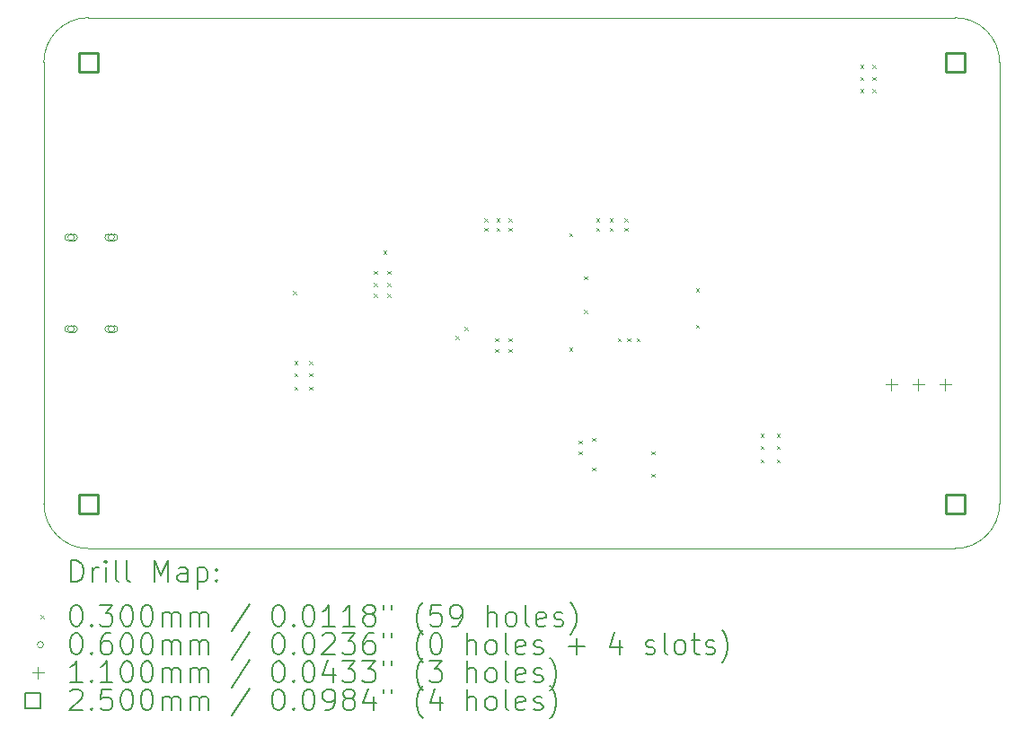
<source format=gbr>
%TF.GenerationSoftware,KiCad,Pcbnew,8.0.2*%
%TF.CreationDate,2024-05-25T11:29:21+03:00*%
%TF.ProjectId,sos_business_card,736f735f-6275-4736-996e-6573735f6361,A*%
%TF.SameCoordinates,Original*%
%TF.FileFunction,Drillmap*%
%TF.FilePolarity,Positive*%
%FSLAX45Y45*%
G04 Gerber Fmt 4.5, Leading zero omitted, Abs format (unit mm)*
G04 Created by KiCad (PCBNEW 8.0.2) date 2024-05-25 11:29:21*
%MOMM*%
%LPD*%
G01*
G04 APERTURE LIST*
%ADD10C,0.050000*%
%ADD11C,0.200000*%
%ADD12C,0.100000*%
%ADD13C,0.110000*%
%ADD14C,0.250000*%
G04 APERTURE END LIST*
D10*
X11938000Y-13857236D02*
X20104100Y-13857236D01*
X20524737Y-13436600D02*
G75*
G02*
X20104100Y-13857236I-420637J0D01*
G01*
X11936463Y-8850364D02*
X20104100Y-8850364D01*
X20104100Y-8850364D02*
G75*
G02*
X20524737Y-9271000I0J-420637D01*
G01*
X11938000Y-13857236D02*
G75*
G02*
X11517363Y-13436755I0J420637D01*
G01*
X11515827Y-9271155D02*
X11517364Y-13436755D01*
X11515827Y-9271155D02*
G75*
G02*
X11936463Y-8850367I420633J155D01*
G01*
X20524737Y-9271000D02*
X20524737Y-13436600D01*
D11*
D12*
X13866100Y-11427700D02*
X13896100Y-11457700D01*
X13896100Y-11427700D02*
X13866100Y-11457700D01*
X13878800Y-12088100D02*
X13908800Y-12118100D01*
X13908800Y-12088100D02*
X13878800Y-12118100D01*
X13878800Y-12202400D02*
X13908800Y-12232400D01*
X13908800Y-12202400D02*
X13878800Y-12232400D01*
X13878800Y-12329400D02*
X13908800Y-12359400D01*
X13908800Y-12329400D02*
X13878800Y-12359400D01*
X14018500Y-12088100D02*
X14048500Y-12118100D01*
X14048500Y-12088100D02*
X14018500Y-12118100D01*
X14018500Y-12202400D02*
X14048500Y-12232400D01*
X14048500Y-12202400D02*
X14018500Y-12232400D01*
X14018500Y-12329400D02*
X14048500Y-12359400D01*
X14048500Y-12329400D02*
X14018500Y-12359400D01*
X14628100Y-11237200D02*
X14658100Y-11267200D01*
X14658100Y-11237200D02*
X14628100Y-11267200D01*
X14628100Y-11351500D02*
X14658100Y-11381500D01*
X14658100Y-11351500D02*
X14628100Y-11381500D01*
X14628100Y-11453100D02*
X14658100Y-11483100D01*
X14658100Y-11453100D02*
X14628100Y-11483100D01*
X14717000Y-11046700D02*
X14747000Y-11076700D01*
X14747000Y-11046700D02*
X14717000Y-11076700D01*
X14755100Y-11237200D02*
X14785100Y-11267200D01*
X14785100Y-11237200D02*
X14755100Y-11267200D01*
X14755100Y-11351500D02*
X14785100Y-11381500D01*
X14785100Y-11351500D02*
X14755100Y-11381500D01*
X14755100Y-11453100D02*
X14785100Y-11483100D01*
X14785100Y-11453100D02*
X14755100Y-11483100D01*
X15396751Y-11852849D02*
X15426751Y-11882849D01*
X15426751Y-11852849D02*
X15396751Y-11882849D01*
X15481604Y-11767996D02*
X15511604Y-11797996D01*
X15511604Y-11767996D02*
X15481604Y-11797996D01*
X15669500Y-10741900D02*
X15699500Y-10771900D01*
X15699500Y-10741900D02*
X15669500Y-10771900D01*
X15669500Y-10830800D02*
X15699500Y-10860800D01*
X15699500Y-10830800D02*
X15669500Y-10860800D01*
X15771100Y-11872200D02*
X15801100Y-11902200D01*
X15801100Y-11872200D02*
X15771100Y-11902200D01*
X15771100Y-11973800D02*
X15801100Y-12003800D01*
X15801100Y-11973800D02*
X15771100Y-12003800D01*
X15783800Y-10741900D02*
X15813800Y-10771900D01*
X15813800Y-10741900D02*
X15783800Y-10771900D01*
X15783800Y-10830800D02*
X15813800Y-10860800D01*
X15813800Y-10830800D02*
X15783800Y-10860800D01*
X15898100Y-10741900D02*
X15928100Y-10771900D01*
X15928100Y-10741900D02*
X15898100Y-10771900D01*
X15898100Y-10830800D02*
X15928100Y-10860800D01*
X15928100Y-10830800D02*
X15898100Y-10860800D01*
X15898100Y-11872200D02*
X15928100Y-11902200D01*
X15928100Y-11872200D02*
X15898100Y-11902200D01*
X15898100Y-11973800D02*
X15928100Y-12003800D01*
X15928100Y-11973800D02*
X15898100Y-12003800D01*
X16469600Y-10881600D02*
X16499600Y-10911600D01*
X16499600Y-10881600D02*
X16469600Y-10911600D01*
X16469600Y-11961100D02*
X16499600Y-11991100D01*
X16499600Y-11961100D02*
X16469600Y-11991100D01*
X16558500Y-12837400D02*
X16588500Y-12867400D01*
X16588500Y-12837400D02*
X16558500Y-12867400D01*
X16558500Y-12939000D02*
X16588500Y-12969000D01*
X16588500Y-12939000D02*
X16558500Y-12969000D01*
X16609300Y-11288000D02*
X16639300Y-11318000D01*
X16639300Y-11288000D02*
X16609300Y-11318000D01*
X16609300Y-11605500D02*
X16639300Y-11635500D01*
X16639300Y-11605500D02*
X16609300Y-11635500D01*
X16685500Y-12812000D02*
X16715500Y-12842000D01*
X16715500Y-12812000D02*
X16685500Y-12842000D01*
X16685500Y-13091400D02*
X16715500Y-13121400D01*
X16715500Y-13091400D02*
X16685500Y-13121400D01*
X16723600Y-10741900D02*
X16753600Y-10771900D01*
X16753600Y-10741900D02*
X16723600Y-10771900D01*
X16723600Y-10830800D02*
X16753600Y-10860800D01*
X16753600Y-10830800D02*
X16723600Y-10860800D01*
X16850600Y-10741900D02*
X16880600Y-10771900D01*
X16880600Y-10741900D02*
X16850600Y-10771900D01*
X16850600Y-10830800D02*
X16880600Y-10860800D01*
X16880600Y-10830800D02*
X16850600Y-10860800D01*
X16926800Y-11872200D02*
X16956800Y-11902200D01*
X16956800Y-11872200D02*
X16926800Y-11902200D01*
X16990300Y-10741900D02*
X17020300Y-10771900D01*
X17020300Y-10741900D02*
X16990300Y-10771900D01*
X16990300Y-10830800D02*
X17020300Y-10860800D01*
X17020300Y-10830800D02*
X16990300Y-10860800D01*
X17015700Y-11872200D02*
X17045700Y-11902200D01*
X17045700Y-11872200D02*
X17015700Y-11902200D01*
X17104600Y-11872200D02*
X17134600Y-11902200D01*
X17134600Y-11872200D02*
X17104600Y-11902200D01*
X17244300Y-12939000D02*
X17274300Y-12969000D01*
X17274300Y-12939000D02*
X17244300Y-12969000D01*
X17244300Y-13151400D02*
X17274300Y-13181400D01*
X17274300Y-13151400D02*
X17244300Y-13181400D01*
X17663400Y-11402300D02*
X17693400Y-11432300D01*
X17693400Y-11402300D02*
X17663400Y-11432300D01*
X17663400Y-11745200D02*
X17693400Y-11775200D01*
X17693400Y-11745200D02*
X17663400Y-11775200D01*
X18273000Y-12773900D02*
X18303000Y-12803900D01*
X18303000Y-12773900D02*
X18273000Y-12803900D01*
X18273000Y-12888200D02*
X18303000Y-12918200D01*
X18303000Y-12888200D02*
X18273000Y-12918200D01*
X18273000Y-13015200D02*
X18303000Y-13045200D01*
X18303000Y-13015200D02*
X18273000Y-13045200D01*
X18425400Y-12773900D02*
X18455400Y-12803900D01*
X18455400Y-12773900D02*
X18425400Y-12803900D01*
X18425400Y-12888200D02*
X18455400Y-12918200D01*
X18455400Y-12888200D02*
X18425400Y-12918200D01*
X18425400Y-13015200D02*
X18455400Y-13045200D01*
X18455400Y-13015200D02*
X18425400Y-13045200D01*
X19212800Y-9294100D02*
X19242800Y-9324100D01*
X19242800Y-9294100D02*
X19212800Y-9324100D01*
X19212800Y-9408400D02*
X19242800Y-9438400D01*
X19242800Y-9408400D02*
X19212800Y-9438400D01*
X19212800Y-9522700D02*
X19242800Y-9552700D01*
X19242800Y-9522700D02*
X19212800Y-9552700D01*
X19327100Y-9294100D02*
X19357100Y-9324100D01*
X19357100Y-9294100D02*
X19327100Y-9324100D01*
X19327100Y-9408400D02*
X19357100Y-9438400D01*
X19357100Y-9408400D02*
X19327100Y-9438400D01*
X19327100Y-9522700D02*
X19357100Y-9552700D01*
X19357100Y-9522700D02*
X19327100Y-9552700D01*
X11802000Y-10921800D02*
G75*
G02*
X11742000Y-10921800I-30000J0D01*
G01*
X11742000Y-10921800D02*
G75*
G02*
X11802000Y-10921800I30000J0D01*
G01*
X11802000Y-10891800D02*
X11742000Y-10891800D01*
X11742000Y-10951800D02*
G75*
G02*
X11742000Y-10891800I0J30000D01*
G01*
X11742000Y-10951800D02*
X11802000Y-10951800D01*
X11802000Y-10951800D02*
G75*
G03*
X11802000Y-10891800I0J30000D01*
G01*
X11802000Y-11785800D02*
G75*
G02*
X11742000Y-11785800I-30000J0D01*
G01*
X11742000Y-11785800D02*
G75*
G02*
X11802000Y-11785800I30000J0D01*
G01*
X11802000Y-11755800D02*
X11742000Y-11755800D01*
X11742000Y-11815800D02*
G75*
G02*
X11742000Y-11755800I0J30000D01*
G01*
X11742000Y-11815800D02*
X11802000Y-11815800D01*
X11802000Y-11815800D02*
G75*
G03*
X11802000Y-11755800I0J30000D01*
G01*
X12182000Y-10921800D02*
G75*
G02*
X12122000Y-10921800I-30000J0D01*
G01*
X12122000Y-10921800D02*
G75*
G02*
X12182000Y-10921800I30000J0D01*
G01*
X12182000Y-10891800D02*
X12122000Y-10891800D01*
X12122000Y-10951800D02*
G75*
G02*
X12122000Y-10891800I0J30000D01*
G01*
X12122000Y-10951800D02*
X12182000Y-10951800D01*
X12182000Y-10951800D02*
G75*
G03*
X12182000Y-10891800I0J30000D01*
G01*
X12182000Y-11785800D02*
G75*
G02*
X12122000Y-11785800I-30000J0D01*
G01*
X12122000Y-11785800D02*
G75*
G02*
X12182000Y-11785800I30000J0D01*
G01*
X12182000Y-11755800D02*
X12122000Y-11755800D01*
X12122000Y-11815800D02*
G75*
G02*
X12122000Y-11755800I0J30000D01*
G01*
X12122000Y-11815800D02*
X12182000Y-11815800D01*
X12182000Y-11815800D02*
G75*
G03*
X12182000Y-11755800I0J30000D01*
G01*
D13*
X19504660Y-12256765D02*
X19504660Y-12366765D01*
X19449660Y-12311765D02*
X19559660Y-12311765D01*
X19758660Y-12256765D02*
X19758660Y-12366765D01*
X19703660Y-12311765D02*
X19813660Y-12311765D01*
X20012660Y-12256765D02*
X20012660Y-12366765D01*
X19957660Y-12311765D02*
X20067660Y-12311765D01*
D14*
X12026389Y-9359389D02*
X12026389Y-9182611D01*
X11849611Y-9182611D01*
X11849611Y-9359389D01*
X12026389Y-9359389D01*
X12026389Y-13524989D02*
X12026389Y-13348211D01*
X11849611Y-13348211D01*
X11849611Y-13524989D01*
X12026389Y-13524989D01*
X20192489Y-9359389D02*
X20192489Y-9182611D01*
X20015711Y-9182611D01*
X20015711Y-9359389D01*
X20192489Y-9359389D01*
X20192489Y-13524989D02*
X20192489Y-13348211D01*
X20015711Y-13348211D01*
X20015711Y-13524989D01*
X20192489Y-13524989D01*
D11*
X11774104Y-14171220D02*
X11774104Y-13971220D01*
X11774104Y-13971220D02*
X11821723Y-13971220D01*
X11821723Y-13971220D02*
X11850294Y-13980744D01*
X11850294Y-13980744D02*
X11869342Y-13999792D01*
X11869342Y-13999792D02*
X11878866Y-14018839D01*
X11878866Y-14018839D02*
X11888390Y-14056934D01*
X11888390Y-14056934D02*
X11888390Y-14085506D01*
X11888390Y-14085506D02*
X11878866Y-14123601D01*
X11878866Y-14123601D02*
X11869342Y-14142649D01*
X11869342Y-14142649D02*
X11850294Y-14161696D01*
X11850294Y-14161696D02*
X11821723Y-14171220D01*
X11821723Y-14171220D02*
X11774104Y-14171220D01*
X11974104Y-14171220D02*
X11974104Y-14037887D01*
X11974104Y-14075982D02*
X11983628Y-14056934D01*
X11983628Y-14056934D02*
X11993151Y-14047411D01*
X11993151Y-14047411D02*
X12012199Y-14037887D01*
X12012199Y-14037887D02*
X12031247Y-14037887D01*
X12097913Y-14171220D02*
X12097913Y-14037887D01*
X12097913Y-13971220D02*
X12088390Y-13980744D01*
X12088390Y-13980744D02*
X12097913Y-13990268D01*
X12097913Y-13990268D02*
X12107437Y-13980744D01*
X12107437Y-13980744D02*
X12097913Y-13971220D01*
X12097913Y-13971220D02*
X12097913Y-13990268D01*
X12221723Y-14171220D02*
X12202675Y-14161696D01*
X12202675Y-14161696D02*
X12193151Y-14142649D01*
X12193151Y-14142649D02*
X12193151Y-13971220D01*
X12326485Y-14171220D02*
X12307437Y-14161696D01*
X12307437Y-14161696D02*
X12297913Y-14142649D01*
X12297913Y-14142649D02*
X12297913Y-13971220D01*
X12555056Y-14171220D02*
X12555056Y-13971220D01*
X12555056Y-13971220D02*
X12621723Y-14114077D01*
X12621723Y-14114077D02*
X12688390Y-13971220D01*
X12688390Y-13971220D02*
X12688390Y-14171220D01*
X12869342Y-14171220D02*
X12869342Y-14066458D01*
X12869342Y-14066458D02*
X12859818Y-14047411D01*
X12859818Y-14047411D02*
X12840771Y-14037887D01*
X12840771Y-14037887D02*
X12802675Y-14037887D01*
X12802675Y-14037887D02*
X12783628Y-14047411D01*
X12869342Y-14161696D02*
X12850294Y-14171220D01*
X12850294Y-14171220D02*
X12802675Y-14171220D01*
X12802675Y-14171220D02*
X12783628Y-14161696D01*
X12783628Y-14161696D02*
X12774104Y-14142649D01*
X12774104Y-14142649D02*
X12774104Y-14123601D01*
X12774104Y-14123601D02*
X12783628Y-14104554D01*
X12783628Y-14104554D02*
X12802675Y-14095030D01*
X12802675Y-14095030D02*
X12850294Y-14095030D01*
X12850294Y-14095030D02*
X12869342Y-14085506D01*
X12964580Y-14037887D02*
X12964580Y-14237887D01*
X12964580Y-14047411D02*
X12983628Y-14037887D01*
X12983628Y-14037887D02*
X13021723Y-14037887D01*
X13021723Y-14037887D02*
X13040771Y-14047411D01*
X13040771Y-14047411D02*
X13050294Y-14056934D01*
X13050294Y-14056934D02*
X13059818Y-14075982D01*
X13059818Y-14075982D02*
X13059818Y-14133125D01*
X13059818Y-14133125D02*
X13050294Y-14152173D01*
X13050294Y-14152173D02*
X13040771Y-14161696D01*
X13040771Y-14161696D02*
X13021723Y-14171220D01*
X13021723Y-14171220D02*
X12983628Y-14171220D01*
X12983628Y-14171220D02*
X12964580Y-14161696D01*
X13145532Y-14152173D02*
X13155056Y-14161696D01*
X13155056Y-14161696D02*
X13145532Y-14171220D01*
X13145532Y-14171220D02*
X13136009Y-14161696D01*
X13136009Y-14161696D02*
X13145532Y-14152173D01*
X13145532Y-14152173D02*
X13145532Y-14171220D01*
X13145532Y-14047411D02*
X13155056Y-14056934D01*
X13155056Y-14056934D02*
X13145532Y-14066458D01*
X13145532Y-14066458D02*
X13136009Y-14056934D01*
X13136009Y-14056934D02*
X13145532Y-14047411D01*
X13145532Y-14047411D02*
X13145532Y-14066458D01*
D12*
X11483327Y-14484736D02*
X11513327Y-14514736D01*
X11513327Y-14484736D02*
X11483327Y-14514736D01*
D11*
X11812199Y-14391220D02*
X11831247Y-14391220D01*
X11831247Y-14391220D02*
X11850294Y-14400744D01*
X11850294Y-14400744D02*
X11859818Y-14410268D01*
X11859818Y-14410268D02*
X11869342Y-14429315D01*
X11869342Y-14429315D02*
X11878866Y-14467411D01*
X11878866Y-14467411D02*
X11878866Y-14515030D01*
X11878866Y-14515030D02*
X11869342Y-14553125D01*
X11869342Y-14553125D02*
X11859818Y-14572173D01*
X11859818Y-14572173D02*
X11850294Y-14581696D01*
X11850294Y-14581696D02*
X11831247Y-14591220D01*
X11831247Y-14591220D02*
X11812199Y-14591220D01*
X11812199Y-14591220D02*
X11793151Y-14581696D01*
X11793151Y-14581696D02*
X11783628Y-14572173D01*
X11783628Y-14572173D02*
X11774104Y-14553125D01*
X11774104Y-14553125D02*
X11764580Y-14515030D01*
X11764580Y-14515030D02*
X11764580Y-14467411D01*
X11764580Y-14467411D02*
X11774104Y-14429315D01*
X11774104Y-14429315D02*
X11783628Y-14410268D01*
X11783628Y-14410268D02*
X11793151Y-14400744D01*
X11793151Y-14400744D02*
X11812199Y-14391220D01*
X11964580Y-14572173D02*
X11974104Y-14581696D01*
X11974104Y-14581696D02*
X11964580Y-14591220D01*
X11964580Y-14591220D02*
X11955056Y-14581696D01*
X11955056Y-14581696D02*
X11964580Y-14572173D01*
X11964580Y-14572173D02*
X11964580Y-14591220D01*
X12040771Y-14391220D02*
X12164580Y-14391220D01*
X12164580Y-14391220D02*
X12097913Y-14467411D01*
X12097913Y-14467411D02*
X12126485Y-14467411D01*
X12126485Y-14467411D02*
X12145532Y-14476934D01*
X12145532Y-14476934D02*
X12155056Y-14486458D01*
X12155056Y-14486458D02*
X12164580Y-14505506D01*
X12164580Y-14505506D02*
X12164580Y-14553125D01*
X12164580Y-14553125D02*
X12155056Y-14572173D01*
X12155056Y-14572173D02*
X12145532Y-14581696D01*
X12145532Y-14581696D02*
X12126485Y-14591220D01*
X12126485Y-14591220D02*
X12069342Y-14591220D01*
X12069342Y-14591220D02*
X12050294Y-14581696D01*
X12050294Y-14581696D02*
X12040771Y-14572173D01*
X12288390Y-14391220D02*
X12307437Y-14391220D01*
X12307437Y-14391220D02*
X12326485Y-14400744D01*
X12326485Y-14400744D02*
X12336009Y-14410268D01*
X12336009Y-14410268D02*
X12345532Y-14429315D01*
X12345532Y-14429315D02*
X12355056Y-14467411D01*
X12355056Y-14467411D02*
X12355056Y-14515030D01*
X12355056Y-14515030D02*
X12345532Y-14553125D01*
X12345532Y-14553125D02*
X12336009Y-14572173D01*
X12336009Y-14572173D02*
X12326485Y-14581696D01*
X12326485Y-14581696D02*
X12307437Y-14591220D01*
X12307437Y-14591220D02*
X12288390Y-14591220D01*
X12288390Y-14591220D02*
X12269342Y-14581696D01*
X12269342Y-14581696D02*
X12259818Y-14572173D01*
X12259818Y-14572173D02*
X12250294Y-14553125D01*
X12250294Y-14553125D02*
X12240771Y-14515030D01*
X12240771Y-14515030D02*
X12240771Y-14467411D01*
X12240771Y-14467411D02*
X12250294Y-14429315D01*
X12250294Y-14429315D02*
X12259818Y-14410268D01*
X12259818Y-14410268D02*
X12269342Y-14400744D01*
X12269342Y-14400744D02*
X12288390Y-14391220D01*
X12478866Y-14391220D02*
X12497913Y-14391220D01*
X12497913Y-14391220D02*
X12516961Y-14400744D01*
X12516961Y-14400744D02*
X12526485Y-14410268D01*
X12526485Y-14410268D02*
X12536009Y-14429315D01*
X12536009Y-14429315D02*
X12545532Y-14467411D01*
X12545532Y-14467411D02*
X12545532Y-14515030D01*
X12545532Y-14515030D02*
X12536009Y-14553125D01*
X12536009Y-14553125D02*
X12526485Y-14572173D01*
X12526485Y-14572173D02*
X12516961Y-14581696D01*
X12516961Y-14581696D02*
X12497913Y-14591220D01*
X12497913Y-14591220D02*
X12478866Y-14591220D01*
X12478866Y-14591220D02*
X12459818Y-14581696D01*
X12459818Y-14581696D02*
X12450294Y-14572173D01*
X12450294Y-14572173D02*
X12440771Y-14553125D01*
X12440771Y-14553125D02*
X12431247Y-14515030D01*
X12431247Y-14515030D02*
X12431247Y-14467411D01*
X12431247Y-14467411D02*
X12440771Y-14429315D01*
X12440771Y-14429315D02*
X12450294Y-14410268D01*
X12450294Y-14410268D02*
X12459818Y-14400744D01*
X12459818Y-14400744D02*
X12478866Y-14391220D01*
X12631247Y-14591220D02*
X12631247Y-14457887D01*
X12631247Y-14476934D02*
X12640771Y-14467411D01*
X12640771Y-14467411D02*
X12659818Y-14457887D01*
X12659818Y-14457887D02*
X12688390Y-14457887D01*
X12688390Y-14457887D02*
X12707437Y-14467411D01*
X12707437Y-14467411D02*
X12716961Y-14486458D01*
X12716961Y-14486458D02*
X12716961Y-14591220D01*
X12716961Y-14486458D02*
X12726485Y-14467411D01*
X12726485Y-14467411D02*
X12745532Y-14457887D01*
X12745532Y-14457887D02*
X12774104Y-14457887D01*
X12774104Y-14457887D02*
X12793152Y-14467411D01*
X12793152Y-14467411D02*
X12802675Y-14486458D01*
X12802675Y-14486458D02*
X12802675Y-14591220D01*
X12897913Y-14591220D02*
X12897913Y-14457887D01*
X12897913Y-14476934D02*
X12907437Y-14467411D01*
X12907437Y-14467411D02*
X12926485Y-14457887D01*
X12926485Y-14457887D02*
X12955056Y-14457887D01*
X12955056Y-14457887D02*
X12974104Y-14467411D01*
X12974104Y-14467411D02*
X12983628Y-14486458D01*
X12983628Y-14486458D02*
X12983628Y-14591220D01*
X12983628Y-14486458D02*
X12993152Y-14467411D01*
X12993152Y-14467411D02*
X13012199Y-14457887D01*
X13012199Y-14457887D02*
X13040771Y-14457887D01*
X13040771Y-14457887D02*
X13059818Y-14467411D01*
X13059818Y-14467411D02*
X13069342Y-14486458D01*
X13069342Y-14486458D02*
X13069342Y-14591220D01*
X13459818Y-14381696D02*
X13288390Y-14638839D01*
X13716961Y-14391220D02*
X13736009Y-14391220D01*
X13736009Y-14391220D02*
X13755056Y-14400744D01*
X13755056Y-14400744D02*
X13764580Y-14410268D01*
X13764580Y-14410268D02*
X13774104Y-14429315D01*
X13774104Y-14429315D02*
X13783628Y-14467411D01*
X13783628Y-14467411D02*
X13783628Y-14515030D01*
X13783628Y-14515030D02*
X13774104Y-14553125D01*
X13774104Y-14553125D02*
X13764580Y-14572173D01*
X13764580Y-14572173D02*
X13755056Y-14581696D01*
X13755056Y-14581696D02*
X13736009Y-14591220D01*
X13736009Y-14591220D02*
X13716961Y-14591220D01*
X13716961Y-14591220D02*
X13697914Y-14581696D01*
X13697914Y-14581696D02*
X13688390Y-14572173D01*
X13688390Y-14572173D02*
X13678866Y-14553125D01*
X13678866Y-14553125D02*
X13669342Y-14515030D01*
X13669342Y-14515030D02*
X13669342Y-14467411D01*
X13669342Y-14467411D02*
X13678866Y-14429315D01*
X13678866Y-14429315D02*
X13688390Y-14410268D01*
X13688390Y-14410268D02*
X13697914Y-14400744D01*
X13697914Y-14400744D02*
X13716961Y-14391220D01*
X13869342Y-14572173D02*
X13878866Y-14581696D01*
X13878866Y-14581696D02*
X13869342Y-14591220D01*
X13869342Y-14591220D02*
X13859818Y-14581696D01*
X13859818Y-14581696D02*
X13869342Y-14572173D01*
X13869342Y-14572173D02*
X13869342Y-14591220D01*
X14002675Y-14391220D02*
X14021723Y-14391220D01*
X14021723Y-14391220D02*
X14040771Y-14400744D01*
X14040771Y-14400744D02*
X14050295Y-14410268D01*
X14050295Y-14410268D02*
X14059818Y-14429315D01*
X14059818Y-14429315D02*
X14069342Y-14467411D01*
X14069342Y-14467411D02*
X14069342Y-14515030D01*
X14069342Y-14515030D02*
X14059818Y-14553125D01*
X14059818Y-14553125D02*
X14050295Y-14572173D01*
X14050295Y-14572173D02*
X14040771Y-14581696D01*
X14040771Y-14581696D02*
X14021723Y-14591220D01*
X14021723Y-14591220D02*
X14002675Y-14591220D01*
X14002675Y-14591220D02*
X13983628Y-14581696D01*
X13983628Y-14581696D02*
X13974104Y-14572173D01*
X13974104Y-14572173D02*
X13964580Y-14553125D01*
X13964580Y-14553125D02*
X13955056Y-14515030D01*
X13955056Y-14515030D02*
X13955056Y-14467411D01*
X13955056Y-14467411D02*
X13964580Y-14429315D01*
X13964580Y-14429315D02*
X13974104Y-14410268D01*
X13974104Y-14410268D02*
X13983628Y-14400744D01*
X13983628Y-14400744D02*
X14002675Y-14391220D01*
X14259818Y-14591220D02*
X14145533Y-14591220D01*
X14202675Y-14591220D02*
X14202675Y-14391220D01*
X14202675Y-14391220D02*
X14183628Y-14419792D01*
X14183628Y-14419792D02*
X14164580Y-14438839D01*
X14164580Y-14438839D02*
X14145533Y-14448363D01*
X14450295Y-14591220D02*
X14336009Y-14591220D01*
X14393152Y-14591220D02*
X14393152Y-14391220D01*
X14393152Y-14391220D02*
X14374104Y-14419792D01*
X14374104Y-14419792D02*
X14355056Y-14438839D01*
X14355056Y-14438839D02*
X14336009Y-14448363D01*
X14564580Y-14476934D02*
X14545533Y-14467411D01*
X14545533Y-14467411D02*
X14536009Y-14457887D01*
X14536009Y-14457887D02*
X14526485Y-14438839D01*
X14526485Y-14438839D02*
X14526485Y-14429315D01*
X14526485Y-14429315D02*
X14536009Y-14410268D01*
X14536009Y-14410268D02*
X14545533Y-14400744D01*
X14545533Y-14400744D02*
X14564580Y-14391220D01*
X14564580Y-14391220D02*
X14602676Y-14391220D01*
X14602676Y-14391220D02*
X14621723Y-14400744D01*
X14621723Y-14400744D02*
X14631247Y-14410268D01*
X14631247Y-14410268D02*
X14640771Y-14429315D01*
X14640771Y-14429315D02*
X14640771Y-14438839D01*
X14640771Y-14438839D02*
X14631247Y-14457887D01*
X14631247Y-14457887D02*
X14621723Y-14467411D01*
X14621723Y-14467411D02*
X14602676Y-14476934D01*
X14602676Y-14476934D02*
X14564580Y-14476934D01*
X14564580Y-14476934D02*
X14545533Y-14486458D01*
X14545533Y-14486458D02*
X14536009Y-14495982D01*
X14536009Y-14495982D02*
X14526485Y-14515030D01*
X14526485Y-14515030D02*
X14526485Y-14553125D01*
X14526485Y-14553125D02*
X14536009Y-14572173D01*
X14536009Y-14572173D02*
X14545533Y-14581696D01*
X14545533Y-14581696D02*
X14564580Y-14591220D01*
X14564580Y-14591220D02*
X14602676Y-14591220D01*
X14602676Y-14591220D02*
X14621723Y-14581696D01*
X14621723Y-14581696D02*
X14631247Y-14572173D01*
X14631247Y-14572173D02*
X14640771Y-14553125D01*
X14640771Y-14553125D02*
X14640771Y-14515030D01*
X14640771Y-14515030D02*
X14631247Y-14495982D01*
X14631247Y-14495982D02*
X14621723Y-14486458D01*
X14621723Y-14486458D02*
X14602676Y-14476934D01*
X14716961Y-14391220D02*
X14716961Y-14429315D01*
X14793152Y-14391220D02*
X14793152Y-14429315D01*
X15088390Y-14667411D02*
X15078866Y-14657887D01*
X15078866Y-14657887D02*
X15059818Y-14629315D01*
X15059818Y-14629315D02*
X15050295Y-14610268D01*
X15050295Y-14610268D02*
X15040771Y-14581696D01*
X15040771Y-14581696D02*
X15031247Y-14534077D01*
X15031247Y-14534077D02*
X15031247Y-14495982D01*
X15031247Y-14495982D02*
X15040771Y-14448363D01*
X15040771Y-14448363D02*
X15050295Y-14419792D01*
X15050295Y-14419792D02*
X15059818Y-14400744D01*
X15059818Y-14400744D02*
X15078866Y-14372173D01*
X15078866Y-14372173D02*
X15088390Y-14362649D01*
X15259818Y-14391220D02*
X15164580Y-14391220D01*
X15164580Y-14391220D02*
X15155057Y-14486458D01*
X15155057Y-14486458D02*
X15164580Y-14476934D01*
X15164580Y-14476934D02*
X15183628Y-14467411D01*
X15183628Y-14467411D02*
X15231247Y-14467411D01*
X15231247Y-14467411D02*
X15250295Y-14476934D01*
X15250295Y-14476934D02*
X15259818Y-14486458D01*
X15259818Y-14486458D02*
X15269342Y-14505506D01*
X15269342Y-14505506D02*
X15269342Y-14553125D01*
X15269342Y-14553125D02*
X15259818Y-14572173D01*
X15259818Y-14572173D02*
X15250295Y-14581696D01*
X15250295Y-14581696D02*
X15231247Y-14591220D01*
X15231247Y-14591220D02*
X15183628Y-14591220D01*
X15183628Y-14591220D02*
X15164580Y-14581696D01*
X15164580Y-14581696D02*
X15155057Y-14572173D01*
X15364580Y-14591220D02*
X15402676Y-14591220D01*
X15402676Y-14591220D02*
X15421723Y-14581696D01*
X15421723Y-14581696D02*
X15431247Y-14572173D01*
X15431247Y-14572173D02*
X15450295Y-14543601D01*
X15450295Y-14543601D02*
X15459818Y-14505506D01*
X15459818Y-14505506D02*
X15459818Y-14429315D01*
X15459818Y-14429315D02*
X15450295Y-14410268D01*
X15450295Y-14410268D02*
X15440771Y-14400744D01*
X15440771Y-14400744D02*
X15421723Y-14391220D01*
X15421723Y-14391220D02*
X15383628Y-14391220D01*
X15383628Y-14391220D02*
X15364580Y-14400744D01*
X15364580Y-14400744D02*
X15355057Y-14410268D01*
X15355057Y-14410268D02*
X15345533Y-14429315D01*
X15345533Y-14429315D02*
X15345533Y-14476934D01*
X15345533Y-14476934D02*
X15355057Y-14495982D01*
X15355057Y-14495982D02*
X15364580Y-14505506D01*
X15364580Y-14505506D02*
X15383628Y-14515030D01*
X15383628Y-14515030D02*
X15421723Y-14515030D01*
X15421723Y-14515030D02*
X15440771Y-14505506D01*
X15440771Y-14505506D02*
X15450295Y-14495982D01*
X15450295Y-14495982D02*
X15459818Y-14476934D01*
X15697914Y-14591220D02*
X15697914Y-14391220D01*
X15783628Y-14591220D02*
X15783628Y-14486458D01*
X15783628Y-14486458D02*
X15774104Y-14467411D01*
X15774104Y-14467411D02*
X15755057Y-14457887D01*
X15755057Y-14457887D02*
X15726485Y-14457887D01*
X15726485Y-14457887D02*
X15707438Y-14467411D01*
X15707438Y-14467411D02*
X15697914Y-14476934D01*
X15907438Y-14591220D02*
X15888390Y-14581696D01*
X15888390Y-14581696D02*
X15878866Y-14572173D01*
X15878866Y-14572173D02*
X15869342Y-14553125D01*
X15869342Y-14553125D02*
X15869342Y-14495982D01*
X15869342Y-14495982D02*
X15878866Y-14476934D01*
X15878866Y-14476934D02*
X15888390Y-14467411D01*
X15888390Y-14467411D02*
X15907438Y-14457887D01*
X15907438Y-14457887D02*
X15936009Y-14457887D01*
X15936009Y-14457887D02*
X15955057Y-14467411D01*
X15955057Y-14467411D02*
X15964580Y-14476934D01*
X15964580Y-14476934D02*
X15974104Y-14495982D01*
X15974104Y-14495982D02*
X15974104Y-14553125D01*
X15974104Y-14553125D02*
X15964580Y-14572173D01*
X15964580Y-14572173D02*
X15955057Y-14581696D01*
X15955057Y-14581696D02*
X15936009Y-14591220D01*
X15936009Y-14591220D02*
X15907438Y-14591220D01*
X16088390Y-14591220D02*
X16069342Y-14581696D01*
X16069342Y-14581696D02*
X16059819Y-14562649D01*
X16059819Y-14562649D02*
X16059819Y-14391220D01*
X16240771Y-14581696D02*
X16221723Y-14591220D01*
X16221723Y-14591220D02*
X16183628Y-14591220D01*
X16183628Y-14591220D02*
X16164580Y-14581696D01*
X16164580Y-14581696D02*
X16155057Y-14562649D01*
X16155057Y-14562649D02*
X16155057Y-14486458D01*
X16155057Y-14486458D02*
X16164580Y-14467411D01*
X16164580Y-14467411D02*
X16183628Y-14457887D01*
X16183628Y-14457887D02*
X16221723Y-14457887D01*
X16221723Y-14457887D02*
X16240771Y-14467411D01*
X16240771Y-14467411D02*
X16250295Y-14486458D01*
X16250295Y-14486458D02*
X16250295Y-14505506D01*
X16250295Y-14505506D02*
X16155057Y-14524554D01*
X16326485Y-14581696D02*
X16345533Y-14591220D01*
X16345533Y-14591220D02*
X16383628Y-14591220D01*
X16383628Y-14591220D02*
X16402676Y-14581696D01*
X16402676Y-14581696D02*
X16412200Y-14562649D01*
X16412200Y-14562649D02*
X16412200Y-14553125D01*
X16412200Y-14553125D02*
X16402676Y-14534077D01*
X16402676Y-14534077D02*
X16383628Y-14524554D01*
X16383628Y-14524554D02*
X16355057Y-14524554D01*
X16355057Y-14524554D02*
X16336009Y-14515030D01*
X16336009Y-14515030D02*
X16326485Y-14495982D01*
X16326485Y-14495982D02*
X16326485Y-14486458D01*
X16326485Y-14486458D02*
X16336009Y-14467411D01*
X16336009Y-14467411D02*
X16355057Y-14457887D01*
X16355057Y-14457887D02*
X16383628Y-14457887D01*
X16383628Y-14457887D02*
X16402676Y-14467411D01*
X16478866Y-14667411D02*
X16488390Y-14657887D01*
X16488390Y-14657887D02*
X16507438Y-14629315D01*
X16507438Y-14629315D02*
X16516961Y-14610268D01*
X16516961Y-14610268D02*
X16526485Y-14581696D01*
X16526485Y-14581696D02*
X16536009Y-14534077D01*
X16536009Y-14534077D02*
X16536009Y-14495982D01*
X16536009Y-14495982D02*
X16526485Y-14448363D01*
X16526485Y-14448363D02*
X16516961Y-14419792D01*
X16516961Y-14419792D02*
X16507438Y-14400744D01*
X16507438Y-14400744D02*
X16488390Y-14372173D01*
X16488390Y-14372173D02*
X16478866Y-14362649D01*
D12*
X11513327Y-14763736D02*
G75*
G02*
X11453327Y-14763736I-30000J0D01*
G01*
X11453327Y-14763736D02*
G75*
G02*
X11513327Y-14763736I30000J0D01*
G01*
D11*
X11812199Y-14655220D02*
X11831247Y-14655220D01*
X11831247Y-14655220D02*
X11850294Y-14664744D01*
X11850294Y-14664744D02*
X11859818Y-14674268D01*
X11859818Y-14674268D02*
X11869342Y-14693315D01*
X11869342Y-14693315D02*
X11878866Y-14731411D01*
X11878866Y-14731411D02*
X11878866Y-14779030D01*
X11878866Y-14779030D02*
X11869342Y-14817125D01*
X11869342Y-14817125D02*
X11859818Y-14836173D01*
X11859818Y-14836173D02*
X11850294Y-14845696D01*
X11850294Y-14845696D02*
X11831247Y-14855220D01*
X11831247Y-14855220D02*
X11812199Y-14855220D01*
X11812199Y-14855220D02*
X11793151Y-14845696D01*
X11793151Y-14845696D02*
X11783628Y-14836173D01*
X11783628Y-14836173D02*
X11774104Y-14817125D01*
X11774104Y-14817125D02*
X11764580Y-14779030D01*
X11764580Y-14779030D02*
X11764580Y-14731411D01*
X11764580Y-14731411D02*
X11774104Y-14693315D01*
X11774104Y-14693315D02*
X11783628Y-14674268D01*
X11783628Y-14674268D02*
X11793151Y-14664744D01*
X11793151Y-14664744D02*
X11812199Y-14655220D01*
X11964580Y-14836173D02*
X11974104Y-14845696D01*
X11974104Y-14845696D02*
X11964580Y-14855220D01*
X11964580Y-14855220D02*
X11955056Y-14845696D01*
X11955056Y-14845696D02*
X11964580Y-14836173D01*
X11964580Y-14836173D02*
X11964580Y-14855220D01*
X12145532Y-14655220D02*
X12107437Y-14655220D01*
X12107437Y-14655220D02*
X12088390Y-14664744D01*
X12088390Y-14664744D02*
X12078866Y-14674268D01*
X12078866Y-14674268D02*
X12059818Y-14702839D01*
X12059818Y-14702839D02*
X12050294Y-14740934D01*
X12050294Y-14740934D02*
X12050294Y-14817125D01*
X12050294Y-14817125D02*
X12059818Y-14836173D01*
X12059818Y-14836173D02*
X12069342Y-14845696D01*
X12069342Y-14845696D02*
X12088390Y-14855220D01*
X12088390Y-14855220D02*
X12126485Y-14855220D01*
X12126485Y-14855220D02*
X12145532Y-14845696D01*
X12145532Y-14845696D02*
X12155056Y-14836173D01*
X12155056Y-14836173D02*
X12164580Y-14817125D01*
X12164580Y-14817125D02*
X12164580Y-14769506D01*
X12164580Y-14769506D02*
X12155056Y-14750458D01*
X12155056Y-14750458D02*
X12145532Y-14740934D01*
X12145532Y-14740934D02*
X12126485Y-14731411D01*
X12126485Y-14731411D02*
X12088390Y-14731411D01*
X12088390Y-14731411D02*
X12069342Y-14740934D01*
X12069342Y-14740934D02*
X12059818Y-14750458D01*
X12059818Y-14750458D02*
X12050294Y-14769506D01*
X12288390Y-14655220D02*
X12307437Y-14655220D01*
X12307437Y-14655220D02*
X12326485Y-14664744D01*
X12326485Y-14664744D02*
X12336009Y-14674268D01*
X12336009Y-14674268D02*
X12345532Y-14693315D01*
X12345532Y-14693315D02*
X12355056Y-14731411D01*
X12355056Y-14731411D02*
X12355056Y-14779030D01*
X12355056Y-14779030D02*
X12345532Y-14817125D01*
X12345532Y-14817125D02*
X12336009Y-14836173D01*
X12336009Y-14836173D02*
X12326485Y-14845696D01*
X12326485Y-14845696D02*
X12307437Y-14855220D01*
X12307437Y-14855220D02*
X12288390Y-14855220D01*
X12288390Y-14855220D02*
X12269342Y-14845696D01*
X12269342Y-14845696D02*
X12259818Y-14836173D01*
X12259818Y-14836173D02*
X12250294Y-14817125D01*
X12250294Y-14817125D02*
X12240771Y-14779030D01*
X12240771Y-14779030D02*
X12240771Y-14731411D01*
X12240771Y-14731411D02*
X12250294Y-14693315D01*
X12250294Y-14693315D02*
X12259818Y-14674268D01*
X12259818Y-14674268D02*
X12269342Y-14664744D01*
X12269342Y-14664744D02*
X12288390Y-14655220D01*
X12478866Y-14655220D02*
X12497913Y-14655220D01*
X12497913Y-14655220D02*
X12516961Y-14664744D01*
X12516961Y-14664744D02*
X12526485Y-14674268D01*
X12526485Y-14674268D02*
X12536009Y-14693315D01*
X12536009Y-14693315D02*
X12545532Y-14731411D01*
X12545532Y-14731411D02*
X12545532Y-14779030D01*
X12545532Y-14779030D02*
X12536009Y-14817125D01*
X12536009Y-14817125D02*
X12526485Y-14836173D01*
X12526485Y-14836173D02*
X12516961Y-14845696D01*
X12516961Y-14845696D02*
X12497913Y-14855220D01*
X12497913Y-14855220D02*
X12478866Y-14855220D01*
X12478866Y-14855220D02*
X12459818Y-14845696D01*
X12459818Y-14845696D02*
X12450294Y-14836173D01*
X12450294Y-14836173D02*
X12440771Y-14817125D01*
X12440771Y-14817125D02*
X12431247Y-14779030D01*
X12431247Y-14779030D02*
X12431247Y-14731411D01*
X12431247Y-14731411D02*
X12440771Y-14693315D01*
X12440771Y-14693315D02*
X12450294Y-14674268D01*
X12450294Y-14674268D02*
X12459818Y-14664744D01*
X12459818Y-14664744D02*
X12478866Y-14655220D01*
X12631247Y-14855220D02*
X12631247Y-14721887D01*
X12631247Y-14740934D02*
X12640771Y-14731411D01*
X12640771Y-14731411D02*
X12659818Y-14721887D01*
X12659818Y-14721887D02*
X12688390Y-14721887D01*
X12688390Y-14721887D02*
X12707437Y-14731411D01*
X12707437Y-14731411D02*
X12716961Y-14750458D01*
X12716961Y-14750458D02*
X12716961Y-14855220D01*
X12716961Y-14750458D02*
X12726485Y-14731411D01*
X12726485Y-14731411D02*
X12745532Y-14721887D01*
X12745532Y-14721887D02*
X12774104Y-14721887D01*
X12774104Y-14721887D02*
X12793152Y-14731411D01*
X12793152Y-14731411D02*
X12802675Y-14750458D01*
X12802675Y-14750458D02*
X12802675Y-14855220D01*
X12897913Y-14855220D02*
X12897913Y-14721887D01*
X12897913Y-14740934D02*
X12907437Y-14731411D01*
X12907437Y-14731411D02*
X12926485Y-14721887D01*
X12926485Y-14721887D02*
X12955056Y-14721887D01*
X12955056Y-14721887D02*
X12974104Y-14731411D01*
X12974104Y-14731411D02*
X12983628Y-14750458D01*
X12983628Y-14750458D02*
X12983628Y-14855220D01*
X12983628Y-14750458D02*
X12993152Y-14731411D01*
X12993152Y-14731411D02*
X13012199Y-14721887D01*
X13012199Y-14721887D02*
X13040771Y-14721887D01*
X13040771Y-14721887D02*
X13059818Y-14731411D01*
X13059818Y-14731411D02*
X13069342Y-14750458D01*
X13069342Y-14750458D02*
X13069342Y-14855220D01*
X13459818Y-14645696D02*
X13288390Y-14902839D01*
X13716961Y-14655220D02*
X13736009Y-14655220D01*
X13736009Y-14655220D02*
X13755056Y-14664744D01*
X13755056Y-14664744D02*
X13764580Y-14674268D01*
X13764580Y-14674268D02*
X13774104Y-14693315D01*
X13774104Y-14693315D02*
X13783628Y-14731411D01*
X13783628Y-14731411D02*
X13783628Y-14779030D01*
X13783628Y-14779030D02*
X13774104Y-14817125D01*
X13774104Y-14817125D02*
X13764580Y-14836173D01*
X13764580Y-14836173D02*
X13755056Y-14845696D01*
X13755056Y-14845696D02*
X13736009Y-14855220D01*
X13736009Y-14855220D02*
X13716961Y-14855220D01*
X13716961Y-14855220D02*
X13697914Y-14845696D01*
X13697914Y-14845696D02*
X13688390Y-14836173D01*
X13688390Y-14836173D02*
X13678866Y-14817125D01*
X13678866Y-14817125D02*
X13669342Y-14779030D01*
X13669342Y-14779030D02*
X13669342Y-14731411D01*
X13669342Y-14731411D02*
X13678866Y-14693315D01*
X13678866Y-14693315D02*
X13688390Y-14674268D01*
X13688390Y-14674268D02*
X13697914Y-14664744D01*
X13697914Y-14664744D02*
X13716961Y-14655220D01*
X13869342Y-14836173D02*
X13878866Y-14845696D01*
X13878866Y-14845696D02*
X13869342Y-14855220D01*
X13869342Y-14855220D02*
X13859818Y-14845696D01*
X13859818Y-14845696D02*
X13869342Y-14836173D01*
X13869342Y-14836173D02*
X13869342Y-14855220D01*
X14002675Y-14655220D02*
X14021723Y-14655220D01*
X14021723Y-14655220D02*
X14040771Y-14664744D01*
X14040771Y-14664744D02*
X14050295Y-14674268D01*
X14050295Y-14674268D02*
X14059818Y-14693315D01*
X14059818Y-14693315D02*
X14069342Y-14731411D01*
X14069342Y-14731411D02*
X14069342Y-14779030D01*
X14069342Y-14779030D02*
X14059818Y-14817125D01*
X14059818Y-14817125D02*
X14050295Y-14836173D01*
X14050295Y-14836173D02*
X14040771Y-14845696D01*
X14040771Y-14845696D02*
X14021723Y-14855220D01*
X14021723Y-14855220D02*
X14002675Y-14855220D01*
X14002675Y-14855220D02*
X13983628Y-14845696D01*
X13983628Y-14845696D02*
X13974104Y-14836173D01*
X13974104Y-14836173D02*
X13964580Y-14817125D01*
X13964580Y-14817125D02*
X13955056Y-14779030D01*
X13955056Y-14779030D02*
X13955056Y-14731411D01*
X13955056Y-14731411D02*
X13964580Y-14693315D01*
X13964580Y-14693315D02*
X13974104Y-14674268D01*
X13974104Y-14674268D02*
X13983628Y-14664744D01*
X13983628Y-14664744D02*
X14002675Y-14655220D01*
X14145533Y-14674268D02*
X14155056Y-14664744D01*
X14155056Y-14664744D02*
X14174104Y-14655220D01*
X14174104Y-14655220D02*
X14221723Y-14655220D01*
X14221723Y-14655220D02*
X14240771Y-14664744D01*
X14240771Y-14664744D02*
X14250295Y-14674268D01*
X14250295Y-14674268D02*
X14259818Y-14693315D01*
X14259818Y-14693315D02*
X14259818Y-14712363D01*
X14259818Y-14712363D02*
X14250295Y-14740934D01*
X14250295Y-14740934D02*
X14136009Y-14855220D01*
X14136009Y-14855220D02*
X14259818Y-14855220D01*
X14326485Y-14655220D02*
X14450295Y-14655220D01*
X14450295Y-14655220D02*
X14383628Y-14731411D01*
X14383628Y-14731411D02*
X14412199Y-14731411D01*
X14412199Y-14731411D02*
X14431247Y-14740934D01*
X14431247Y-14740934D02*
X14440771Y-14750458D01*
X14440771Y-14750458D02*
X14450295Y-14769506D01*
X14450295Y-14769506D02*
X14450295Y-14817125D01*
X14450295Y-14817125D02*
X14440771Y-14836173D01*
X14440771Y-14836173D02*
X14431247Y-14845696D01*
X14431247Y-14845696D02*
X14412199Y-14855220D01*
X14412199Y-14855220D02*
X14355056Y-14855220D01*
X14355056Y-14855220D02*
X14336009Y-14845696D01*
X14336009Y-14845696D02*
X14326485Y-14836173D01*
X14621723Y-14655220D02*
X14583628Y-14655220D01*
X14583628Y-14655220D02*
X14564580Y-14664744D01*
X14564580Y-14664744D02*
X14555056Y-14674268D01*
X14555056Y-14674268D02*
X14536009Y-14702839D01*
X14536009Y-14702839D02*
X14526485Y-14740934D01*
X14526485Y-14740934D02*
X14526485Y-14817125D01*
X14526485Y-14817125D02*
X14536009Y-14836173D01*
X14536009Y-14836173D02*
X14545533Y-14845696D01*
X14545533Y-14845696D02*
X14564580Y-14855220D01*
X14564580Y-14855220D02*
X14602676Y-14855220D01*
X14602676Y-14855220D02*
X14621723Y-14845696D01*
X14621723Y-14845696D02*
X14631247Y-14836173D01*
X14631247Y-14836173D02*
X14640771Y-14817125D01*
X14640771Y-14817125D02*
X14640771Y-14769506D01*
X14640771Y-14769506D02*
X14631247Y-14750458D01*
X14631247Y-14750458D02*
X14621723Y-14740934D01*
X14621723Y-14740934D02*
X14602676Y-14731411D01*
X14602676Y-14731411D02*
X14564580Y-14731411D01*
X14564580Y-14731411D02*
X14545533Y-14740934D01*
X14545533Y-14740934D02*
X14536009Y-14750458D01*
X14536009Y-14750458D02*
X14526485Y-14769506D01*
X14716961Y-14655220D02*
X14716961Y-14693315D01*
X14793152Y-14655220D02*
X14793152Y-14693315D01*
X15088390Y-14931411D02*
X15078866Y-14921887D01*
X15078866Y-14921887D02*
X15059818Y-14893315D01*
X15059818Y-14893315D02*
X15050295Y-14874268D01*
X15050295Y-14874268D02*
X15040771Y-14845696D01*
X15040771Y-14845696D02*
X15031247Y-14798077D01*
X15031247Y-14798077D02*
X15031247Y-14759982D01*
X15031247Y-14759982D02*
X15040771Y-14712363D01*
X15040771Y-14712363D02*
X15050295Y-14683792D01*
X15050295Y-14683792D02*
X15059818Y-14664744D01*
X15059818Y-14664744D02*
X15078866Y-14636173D01*
X15078866Y-14636173D02*
X15088390Y-14626649D01*
X15202676Y-14655220D02*
X15221723Y-14655220D01*
X15221723Y-14655220D02*
X15240771Y-14664744D01*
X15240771Y-14664744D02*
X15250295Y-14674268D01*
X15250295Y-14674268D02*
X15259818Y-14693315D01*
X15259818Y-14693315D02*
X15269342Y-14731411D01*
X15269342Y-14731411D02*
X15269342Y-14779030D01*
X15269342Y-14779030D02*
X15259818Y-14817125D01*
X15259818Y-14817125D02*
X15250295Y-14836173D01*
X15250295Y-14836173D02*
X15240771Y-14845696D01*
X15240771Y-14845696D02*
X15221723Y-14855220D01*
X15221723Y-14855220D02*
X15202676Y-14855220D01*
X15202676Y-14855220D02*
X15183628Y-14845696D01*
X15183628Y-14845696D02*
X15174104Y-14836173D01*
X15174104Y-14836173D02*
X15164580Y-14817125D01*
X15164580Y-14817125D02*
X15155057Y-14779030D01*
X15155057Y-14779030D02*
X15155057Y-14731411D01*
X15155057Y-14731411D02*
X15164580Y-14693315D01*
X15164580Y-14693315D02*
X15174104Y-14674268D01*
X15174104Y-14674268D02*
X15183628Y-14664744D01*
X15183628Y-14664744D02*
X15202676Y-14655220D01*
X15507438Y-14855220D02*
X15507438Y-14655220D01*
X15593152Y-14855220D02*
X15593152Y-14750458D01*
X15593152Y-14750458D02*
X15583628Y-14731411D01*
X15583628Y-14731411D02*
X15564580Y-14721887D01*
X15564580Y-14721887D02*
X15536009Y-14721887D01*
X15536009Y-14721887D02*
X15516961Y-14731411D01*
X15516961Y-14731411D02*
X15507438Y-14740934D01*
X15716961Y-14855220D02*
X15697914Y-14845696D01*
X15697914Y-14845696D02*
X15688390Y-14836173D01*
X15688390Y-14836173D02*
X15678866Y-14817125D01*
X15678866Y-14817125D02*
X15678866Y-14759982D01*
X15678866Y-14759982D02*
X15688390Y-14740934D01*
X15688390Y-14740934D02*
X15697914Y-14731411D01*
X15697914Y-14731411D02*
X15716961Y-14721887D01*
X15716961Y-14721887D02*
X15745533Y-14721887D01*
X15745533Y-14721887D02*
X15764580Y-14731411D01*
X15764580Y-14731411D02*
X15774104Y-14740934D01*
X15774104Y-14740934D02*
X15783628Y-14759982D01*
X15783628Y-14759982D02*
X15783628Y-14817125D01*
X15783628Y-14817125D02*
X15774104Y-14836173D01*
X15774104Y-14836173D02*
X15764580Y-14845696D01*
X15764580Y-14845696D02*
X15745533Y-14855220D01*
X15745533Y-14855220D02*
X15716961Y-14855220D01*
X15897914Y-14855220D02*
X15878866Y-14845696D01*
X15878866Y-14845696D02*
X15869342Y-14826649D01*
X15869342Y-14826649D02*
X15869342Y-14655220D01*
X16050295Y-14845696D02*
X16031247Y-14855220D01*
X16031247Y-14855220D02*
X15993152Y-14855220D01*
X15993152Y-14855220D02*
X15974104Y-14845696D01*
X15974104Y-14845696D02*
X15964580Y-14826649D01*
X15964580Y-14826649D02*
X15964580Y-14750458D01*
X15964580Y-14750458D02*
X15974104Y-14731411D01*
X15974104Y-14731411D02*
X15993152Y-14721887D01*
X15993152Y-14721887D02*
X16031247Y-14721887D01*
X16031247Y-14721887D02*
X16050295Y-14731411D01*
X16050295Y-14731411D02*
X16059819Y-14750458D01*
X16059819Y-14750458D02*
X16059819Y-14769506D01*
X16059819Y-14769506D02*
X15964580Y-14788554D01*
X16136009Y-14845696D02*
X16155057Y-14855220D01*
X16155057Y-14855220D02*
X16193152Y-14855220D01*
X16193152Y-14855220D02*
X16212200Y-14845696D01*
X16212200Y-14845696D02*
X16221723Y-14826649D01*
X16221723Y-14826649D02*
X16221723Y-14817125D01*
X16221723Y-14817125D02*
X16212200Y-14798077D01*
X16212200Y-14798077D02*
X16193152Y-14788554D01*
X16193152Y-14788554D02*
X16164580Y-14788554D01*
X16164580Y-14788554D02*
X16145533Y-14779030D01*
X16145533Y-14779030D02*
X16136009Y-14759982D01*
X16136009Y-14759982D02*
X16136009Y-14750458D01*
X16136009Y-14750458D02*
X16145533Y-14731411D01*
X16145533Y-14731411D02*
X16164580Y-14721887D01*
X16164580Y-14721887D02*
X16193152Y-14721887D01*
X16193152Y-14721887D02*
X16212200Y-14731411D01*
X16459819Y-14779030D02*
X16612200Y-14779030D01*
X16536009Y-14855220D02*
X16536009Y-14702839D01*
X16945533Y-14721887D02*
X16945533Y-14855220D01*
X16897914Y-14645696D02*
X16850295Y-14788554D01*
X16850295Y-14788554D02*
X16974104Y-14788554D01*
X17193152Y-14845696D02*
X17212200Y-14855220D01*
X17212200Y-14855220D02*
X17250295Y-14855220D01*
X17250295Y-14855220D02*
X17269343Y-14845696D01*
X17269343Y-14845696D02*
X17278866Y-14826649D01*
X17278866Y-14826649D02*
X17278866Y-14817125D01*
X17278866Y-14817125D02*
X17269343Y-14798077D01*
X17269343Y-14798077D02*
X17250295Y-14788554D01*
X17250295Y-14788554D02*
X17221724Y-14788554D01*
X17221724Y-14788554D02*
X17202676Y-14779030D01*
X17202676Y-14779030D02*
X17193152Y-14759982D01*
X17193152Y-14759982D02*
X17193152Y-14750458D01*
X17193152Y-14750458D02*
X17202676Y-14731411D01*
X17202676Y-14731411D02*
X17221724Y-14721887D01*
X17221724Y-14721887D02*
X17250295Y-14721887D01*
X17250295Y-14721887D02*
X17269343Y-14731411D01*
X17393152Y-14855220D02*
X17374105Y-14845696D01*
X17374105Y-14845696D02*
X17364581Y-14826649D01*
X17364581Y-14826649D02*
X17364581Y-14655220D01*
X17497914Y-14855220D02*
X17478866Y-14845696D01*
X17478866Y-14845696D02*
X17469343Y-14836173D01*
X17469343Y-14836173D02*
X17459819Y-14817125D01*
X17459819Y-14817125D02*
X17459819Y-14759982D01*
X17459819Y-14759982D02*
X17469343Y-14740934D01*
X17469343Y-14740934D02*
X17478866Y-14731411D01*
X17478866Y-14731411D02*
X17497914Y-14721887D01*
X17497914Y-14721887D02*
X17526486Y-14721887D01*
X17526486Y-14721887D02*
X17545533Y-14731411D01*
X17545533Y-14731411D02*
X17555057Y-14740934D01*
X17555057Y-14740934D02*
X17564581Y-14759982D01*
X17564581Y-14759982D02*
X17564581Y-14817125D01*
X17564581Y-14817125D02*
X17555057Y-14836173D01*
X17555057Y-14836173D02*
X17545533Y-14845696D01*
X17545533Y-14845696D02*
X17526486Y-14855220D01*
X17526486Y-14855220D02*
X17497914Y-14855220D01*
X17621724Y-14721887D02*
X17697914Y-14721887D01*
X17650295Y-14655220D02*
X17650295Y-14826649D01*
X17650295Y-14826649D02*
X17659819Y-14845696D01*
X17659819Y-14845696D02*
X17678866Y-14855220D01*
X17678866Y-14855220D02*
X17697914Y-14855220D01*
X17755057Y-14845696D02*
X17774105Y-14855220D01*
X17774105Y-14855220D02*
X17812200Y-14855220D01*
X17812200Y-14855220D02*
X17831247Y-14845696D01*
X17831247Y-14845696D02*
X17840771Y-14826649D01*
X17840771Y-14826649D02*
X17840771Y-14817125D01*
X17840771Y-14817125D02*
X17831247Y-14798077D01*
X17831247Y-14798077D02*
X17812200Y-14788554D01*
X17812200Y-14788554D02*
X17783628Y-14788554D01*
X17783628Y-14788554D02*
X17764581Y-14779030D01*
X17764581Y-14779030D02*
X17755057Y-14759982D01*
X17755057Y-14759982D02*
X17755057Y-14750458D01*
X17755057Y-14750458D02*
X17764581Y-14731411D01*
X17764581Y-14731411D02*
X17783628Y-14721887D01*
X17783628Y-14721887D02*
X17812200Y-14721887D01*
X17812200Y-14721887D02*
X17831247Y-14731411D01*
X17907438Y-14931411D02*
X17916962Y-14921887D01*
X17916962Y-14921887D02*
X17936009Y-14893315D01*
X17936009Y-14893315D02*
X17945533Y-14874268D01*
X17945533Y-14874268D02*
X17955057Y-14845696D01*
X17955057Y-14845696D02*
X17964581Y-14798077D01*
X17964581Y-14798077D02*
X17964581Y-14759982D01*
X17964581Y-14759982D02*
X17955057Y-14712363D01*
X17955057Y-14712363D02*
X17945533Y-14683792D01*
X17945533Y-14683792D02*
X17936009Y-14664744D01*
X17936009Y-14664744D02*
X17916962Y-14636173D01*
X17916962Y-14636173D02*
X17907438Y-14626649D01*
D13*
X11458327Y-14972736D02*
X11458327Y-15082736D01*
X11403327Y-15027736D02*
X11513327Y-15027736D01*
D11*
X11878866Y-15119220D02*
X11764580Y-15119220D01*
X11821723Y-15119220D02*
X11821723Y-14919220D01*
X11821723Y-14919220D02*
X11802675Y-14947792D01*
X11802675Y-14947792D02*
X11783628Y-14966839D01*
X11783628Y-14966839D02*
X11764580Y-14976363D01*
X11964580Y-15100173D02*
X11974104Y-15109696D01*
X11974104Y-15109696D02*
X11964580Y-15119220D01*
X11964580Y-15119220D02*
X11955056Y-15109696D01*
X11955056Y-15109696D02*
X11964580Y-15100173D01*
X11964580Y-15100173D02*
X11964580Y-15119220D01*
X12164580Y-15119220D02*
X12050294Y-15119220D01*
X12107437Y-15119220D02*
X12107437Y-14919220D01*
X12107437Y-14919220D02*
X12088390Y-14947792D01*
X12088390Y-14947792D02*
X12069342Y-14966839D01*
X12069342Y-14966839D02*
X12050294Y-14976363D01*
X12288390Y-14919220D02*
X12307437Y-14919220D01*
X12307437Y-14919220D02*
X12326485Y-14928744D01*
X12326485Y-14928744D02*
X12336009Y-14938268D01*
X12336009Y-14938268D02*
X12345532Y-14957315D01*
X12345532Y-14957315D02*
X12355056Y-14995411D01*
X12355056Y-14995411D02*
X12355056Y-15043030D01*
X12355056Y-15043030D02*
X12345532Y-15081125D01*
X12345532Y-15081125D02*
X12336009Y-15100173D01*
X12336009Y-15100173D02*
X12326485Y-15109696D01*
X12326485Y-15109696D02*
X12307437Y-15119220D01*
X12307437Y-15119220D02*
X12288390Y-15119220D01*
X12288390Y-15119220D02*
X12269342Y-15109696D01*
X12269342Y-15109696D02*
X12259818Y-15100173D01*
X12259818Y-15100173D02*
X12250294Y-15081125D01*
X12250294Y-15081125D02*
X12240771Y-15043030D01*
X12240771Y-15043030D02*
X12240771Y-14995411D01*
X12240771Y-14995411D02*
X12250294Y-14957315D01*
X12250294Y-14957315D02*
X12259818Y-14938268D01*
X12259818Y-14938268D02*
X12269342Y-14928744D01*
X12269342Y-14928744D02*
X12288390Y-14919220D01*
X12478866Y-14919220D02*
X12497913Y-14919220D01*
X12497913Y-14919220D02*
X12516961Y-14928744D01*
X12516961Y-14928744D02*
X12526485Y-14938268D01*
X12526485Y-14938268D02*
X12536009Y-14957315D01*
X12536009Y-14957315D02*
X12545532Y-14995411D01*
X12545532Y-14995411D02*
X12545532Y-15043030D01*
X12545532Y-15043030D02*
X12536009Y-15081125D01*
X12536009Y-15081125D02*
X12526485Y-15100173D01*
X12526485Y-15100173D02*
X12516961Y-15109696D01*
X12516961Y-15109696D02*
X12497913Y-15119220D01*
X12497913Y-15119220D02*
X12478866Y-15119220D01*
X12478866Y-15119220D02*
X12459818Y-15109696D01*
X12459818Y-15109696D02*
X12450294Y-15100173D01*
X12450294Y-15100173D02*
X12440771Y-15081125D01*
X12440771Y-15081125D02*
X12431247Y-15043030D01*
X12431247Y-15043030D02*
X12431247Y-14995411D01*
X12431247Y-14995411D02*
X12440771Y-14957315D01*
X12440771Y-14957315D02*
X12450294Y-14938268D01*
X12450294Y-14938268D02*
X12459818Y-14928744D01*
X12459818Y-14928744D02*
X12478866Y-14919220D01*
X12631247Y-15119220D02*
X12631247Y-14985887D01*
X12631247Y-15004934D02*
X12640771Y-14995411D01*
X12640771Y-14995411D02*
X12659818Y-14985887D01*
X12659818Y-14985887D02*
X12688390Y-14985887D01*
X12688390Y-14985887D02*
X12707437Y-14995411D01*
X12707437Y-14995411D02*
X12716961Y-15014458D01*
X12716961Y-15014458D02*
X12716961Y-15119220D01*
X12716961Y-15014458D02*
X12726485Y-14995411D01*
X12726485Y-14995411D02*
X12745532Y-14985887D01*
X12745532Y-14985887D02*
X12774104Y-14985887D01*
X12774104Y-14985887D02*
X12793152Y-14995411D01*
X12793152Y-14995411D02*
X12802675Y-15014458D01*
X12802675Y-15014458D02*
X12802675Y-15119220D01*
X12897913Y-15119220D02*
X12897913Y-14985887D01*
X12897913Y-15004934D02*
X12907437Y-14995411D01*
X12907437Y-14995411D02*
X12926485Y-14985887D01*
X12926485Y-14985887D02*
X12955056Y-14985887D01*
X12955056Y-14985887D02*
X12974104Y-14995411D01*
X12974104Y-14995411D02*
X12983628Y-15014458D01*
X12983628Y-15014458D02*
X12983628Y-15119220D01*
X12983628Y-15014458D02*
X12993152Y-14995411D01*
X12993152Y-14995411D02*
X13012199Y-14985887D01*
X13012199Y-14985887D02*
X13040771Y-14985887D01*
X13040771Y-14985887D02*
X13059818Y-14995411D01*
X13059818Y-14995411D02*
X13069342Y-15014458D01*
X13069342Y-15014458D02*
X13069342Y-15119220D01*
X13459818Y-14909696D02*
X13288390Y-15166839D01*
X13716961Y-14919220D02*
X13736009Y-14919220D01*
X13736009Y-14919220D02*
X13755056Y-14928744D01*
X13755056Y-14928744D02*
X13764580Y-14938268D01*
X13764580Y-14938268D02*
X13774104Y-14957315D01*
X13774104Y-14957315D02*
X13783628Y-14995411D01*
X13783628Y-14995411D02*
X13783628Y-15043030D01*
X13783628Y-15043030D02*
X13774104Y-15081125D01*
X13774104Y-15081125D02*
X13764580Y-15100173D01*
X13764580Y-15100173D02*
X13755056Y-15109696D01*
X13755056Y-15109696D02*
X13736009Y-15119220D01*
X13736009Y-15119220D02*
X13716961Y-15119220D01*
X13716961Y-15119220D02*
X13697914Y-15109696D01*
X13697914Y-15109696D02*
X13688390Y-15100173D01*
X13688390Y-15100173D02*
X13678866Y-15081125D01*
X13678866Y-15081125D02*
X13669342Y-15043030D01*
X13669342Y-15043030D02*
X13669342Y-14995411D01*
X13669342Y-14995411D02*
X13678866Y-14957315D01*
X13678866Y-14957315D02*
X13688390Y-14938268D01*
X13688390Y-14938268D02*
X13697914Y-14928744D01*
X13697914Y-14928744D02*
X13716961Y-14919220D01*
X13869342Y-15100173D02*
X13878866Y-15109696D01*
X13878866Y-15109696D02*
X13869342Y-15119220D01*
X13869342Y-15119220D02*
X13859818Y-15109696D01*
X13859818Y-15109696D02*
X13869342Y-15100173D01*
X13869342Y-15100173D02*
X13869342Y-15119220D01*
X14002675Y-14919220D02*
X14021723Y-14919220D01*
X14021723Y-14919220D02*
X14040771Y-14928744D01*
X14040771Y-14928744D02*
X14050295Y-14938268D01*
X14050295Y-14938268D02*
X14059818Y-14957315D01*
X14059818Y-14957315D02*
X14069342Y-14995411D01*
X14069342Y-14995411D02*
X14069342Y-15043030D01*
X14069342Y-15043030D02*
X14059818Y-15081125D01*
X14059818Y-15081125D02*
X14050295Y-15100173D01*
X14050295Y-15100173D02*
X14040771Y-15109696D01*
X14040771Y-15109696D02*
X14021723Y-15119220D01*
X14021723Y-15119220D02*
X14002675Y-15119220D01*
X14002675Y-15119220D02*
X13983628Y-15109696D01*
X13983628Y-15109696D02*
X13974104Y-15100173D01*
X13974104Y-15100173D02*
X13964580Y-15081125D01*
X13964580Y-15081125D02*
X13955056Y-15043030D01*
X13955056Y-15043030D02*
X13955056Y-14995411D01*
X13955056Y-14995411D02*
X13964580Y-14957315D01*
X13964580Y-14957315D02*
X13974104Y-14938268D01*
X13974104Y-14938268D02*
X13983628Y-14928744D01*
X13983628Y-14928744D02*
X14002675Y-14919220D01*
X14240771Y-14985887D02*
X14240771Y-15119220D01*
X14193152Y-14909696D02*
X14145533Y-15052554D01*
X14145533Y-15052554D02*
X14269342Y-15052554D01*
X14326485Y-14919220D02*
X14450295Y-14919220D01*
X14450295Y-14919220D02*
X14383628Y-14995411D01*
X14383628Y-14995411D02*
X14412199Y-14995411D01*
X14412199Y-14995411D02*
X14431247Y-15004934D01*
X14431247Y-15004934D02*
X14440771Y-15014458D01*
X14440771Y-15014458D02*
X14450295Y-15033506D01*
X14450295Y-15033506D02*
X14450295Y-15081125D01*
X14450295Y-15081125D02*
X14440771Y-15100173D01*
X14440771Y-15100173D02*
X14431247Y-15109696D01*
X14431247Y-15109696D02*
X14412199Y-15119220D01*
X14412199Y-15119220D02*
X14355056Y-15119220D01*
X14355056Y-15119220D02*
X14336009Y-15109696D01*
X14336009Y-15109696D02*
X14326485Y-15100173D01*
X14516961Y-14919220D02*
X14640771Y-14919220D01*
X14640771Y-14919220D02*
X14574104Y-14995411D01*
X14574104Y-14995411D02*
X14602676Y-14995411D01*
X14602676Y-14995411D02*
X14621723Y-15004934D01*
X14621723Y-15004934D02*
X14631247Y-15014458D01*
X14631247Y-15014458D02*
X14640771Y-15033506D01*
X14640771Y-15033506D02*
X14640771Y-15081125D01*
X14640771Y-15081125D02*
X14631247Y-15100173D01*
X14631247Y-15100173D02*
X14621723Y-15109696D01*
X14621723Y-15109696D02*
X14602676Y-15119220D01*
X14602676Y-15119220D02*
X14545533Y-15119220D01*
X14545533Y-15119220D02*
X14526485Y-15109696D01*
X14526485Y-15109696D02*
X14516961Y-15100173D01*
X14716961Y-14919220D02*
X14716961Y-14957315D01*
X14793152Y-14919220D02*
X14793152Y-14957315D01*
X15088390Y-15195411D02*
X15078866Y-15185887D01*
X15078866Y-15185887D02*
X15059818Y-15157315D01*
X15059818Y-15157315D02*
X15050295Y-15138268D01*
X15050295Y-15138268D02*
X15040771Y-15109696D01*
X15040771Y-15109696D02*
X15031247Y-15062077D01*
X15031247Y-15062077D02*
X15031247Y-15023982D01*
X15031247Y-15023982D02*
X15040771Y-14976363D01*
X15040771Y-14976363D02*
X15050295Y-14947792D01*
X15050295Y-14947792D02*
X15059818Y-14928744D01*
X15059818Y-14928744D02*
X15078866Y-14900173D01*
X15078866Y-14900173D02*
X15088390Y-14890649D01*
X15145533Y-14919220D02*
X15269342Y-14919220D01*
X15269342Y-14919220D02*
X15202676Y-14995411D01*
X15202676Y-14995411D02*
X15231247Y-14995411D01*
X15231247Y-14995411D02*
X15250295Y-15004934D01*
X15250295Y-15004934D02*
X15259818Y-15014458D01*
X15259818Y-15014458D02*
X15269342Y-15033506D01*
X15269342Y-15033506D02*
X15269342Y-15081125D01*
X15269342Y-15081125D02*
X15259818Y-15100173D01*
X15259818Y-15100173D02*
X15250295Y-15109696D01*
X15250295Y-15109696D02*
X15231247Y-15119220D01*
X15231247Y-15119220D02*
X15174104Y-15119220D01*
X15174104Y-15119220D02*
X15155057Y-15109696D01*
X15155057Y-15109696D02*
X15145533Y-15100173D01*
X15507438Y-15119220D02*
X15507438Y-14919220D01*
X15593152Y-15119220D02*
X15593152Y-15014458D01*
X15593152Y-15014458D02*
X15583628Y-14995411D01*
X15583628Y-14995411D02*
X15564580Y-14985887D01*
X15564580Y-14985887D02*
X15536009Y-14985887D01*
X15536009Y-14985887D02*
X15516961Y-14995411D01*
X15516961Y-14995411D02*
X15507438Y-15004934D01*
X15716961Y-15119220D02*
X15697914Y-15109696D01*
X15697914Y-15109696D02*
X15688390Y-15100173D01*
X15688390Y-15100173D02*
X15678866Y-15081125D01*
X15678866Y-15081125D02*
X15678866Y-15023982D01*
X15678866Y-15023982D02*
X15688390Y-15004934D01*
X15688390Y-15004934D02*
X15697914Y-14995411D01*
X15697914Y-14995411D02*
X15716961Y-14985887D01*
X15716961Y-14985887D02*
X15745533Y-14985887D01*
X15745533Y-14985887D02*
X15764580Y-14995411D01*
X15764580Y-14995411D02*
X15774104Y-15004934D01*
X15774104Y-15004934D02*
X15783628Y-15023982D01*
X15783628Y-15023982D02*
X15783628Y-15081125D01*
X15783628Y-15081125D02*
X15774104Y-15100173D01*
X15774104Y-15100173D02*
X15764580Y-15109696D01*
X15764580Y-15109696D02*
X15745533Y-15119220D01*
X15745533Y-15119220D02*
X15716961Y-15119220D01*
X15897914Y-15119220D02*
X15878866Y-15109696D01*
X15878866Y-15109696D02*
X15869342Y-15090649D01*
X15869342Y-15090649D02*
X15869342Y-14919220D01*
X16050295Y-15109696D02*
X16031247Y-15119220D01*
X16031247Y-15119220D02*
X15993152Y-15119220D01*
X15993152Y-15119220D02*
X15974104Y-15109696D01*
X15974104Y-15109696D02*
X15964580Y-15090649D01*
X15964580Y-15090649D02*
X15964580Y-15014458D01*
X15964580Y-15014458D02*
X15974104Y-14995411D01*
X15974104Y-14995411D02*
X15993152Y-14985887D01*
X15993152Y-14985887D02*
X16031247Y-14985887D01*
X16031247Y-14985887D02*
X16050295Y-14995411D01*
X16050295Y-14995411D02*
X16059819Y-15014458D01*
X16059819Y-15014458D02*
X16059819Y-15033506D01*
X16059819Y-15033506D02*
X15964580Y-15052554D01*
X16136009Y-15109696D02*
X16155057Y-15119220D01*
X16155057Y-15119220D02*
X16193152Y-15119220D01*
X16193152Y-15119220D02*
X16212200Y-15109696D01*
X16212200Y-15109696D02*
X16221723Y-15090649D01*
X16221723Y-15090649D02*
X16221723Y-15081125D01*
X16221723Y-15081125D02*
X16212200Y-15062077D01*
X16212200Y-15062077D02*
X16193152Y-15052554D01*
X16193152Y-15052554D02*
X16164580Y-15052554D01*
X16164580Y-15052554D02*
X16145533Y-15043030D01*
X16145533Y-15043030D02*
X16136009Y-15023982D01*
X16136009Y-15023982D02*
X16136009Y-15014458D01*
X16136009Y-15014458D02*
X16145533Y-14995411D01*
X16145533Y-14995411D02*
X16164580Y-14985887D01*
X16164580Y-14985887D02*
X16193152Y-14985887D01*
X16193152Y-14985887D02*
X16212200Y-14995411D01*
X16288390Y-15195411D02*
X16297914Y-15185887D01*
X16297914Y-15185887D02*
X16316961Y-15157315D01*
X16316961Y-15157315D02*
X16326485Y-15138268D01*
X16326485Y-15138268D02*
X16336009Y-15109696D01*
X16336009Y-15109696D02*
X16345533Y-15062077D01*
X16345533Y-15062077D02*
X16345533Y-15023982D01*
X16345533Y-15023982D02*
X16336009Y-14976363D01*
X16336009Y-14976363D02*
X16326485Y-14947792D01*
X16326485Y-14947792D02*
X16316961Y-14928744D01*
X16316961Y-14928744D02*
X16297914Y-14900173D01*
X16297914Y-14900173D02*
X16288390Y-14890649D01*
X11484038Y-15362448D02*
X11484038Y-15221025D01*
X11342616Y-15221025D01*
X11342616Y-15362448D01*
X11484038Y-15362448D01*
X11764580Y-15202268D02*
X11774104Y-15192744D01*
X11774104Y-15192744D02*
X11793151Y-15183220D01*
X11793151Y-15183220D02*
X11840771Y-15183220D01*
X11840771Y-15183220D02*
X11859818Y-15192744D01*
X11859818Y-15192744D02*
X11869342Y-15202268D01*
X11869342Y-15202268D02*
X11878866Y-15221315D01*
X11878866Y-15221315D02*
X11878866Y-15240363D01*
X11878866Y-15240363D02*
X11869342Y-15268934D01*
X11869342Y-15268934D02*
X11755056Y-15383220D01*
X11755056Y-15383220D02*
X11878866Y-15383220D01*
X11964580Y-15364173D02*
X11974104Y-15373696D01*
X11974104Y-15373696D02*
X11964580Y-15383220D01*
X11964580Y-15383220D02*
X11955056Y-15373696D01*
X11955056Y-15373696D02*
X11964580Y-15364173D01*
X11964580Y-15364173D02*
X11964580Y-15383220D01*
X12155056Y-15183220D02*
X12059818Y-15183220D01*
X12059818Y-15183220D02*
X12050294Y-15278458D01*
X12050294Y-15278458D02*
X12059818Y-15268934D01*
X12059818Y-15268934D02*
X12078866Y-15259411D01*
X12078866Y-15259411D02*
X12126485Y-15259411D01*
X12126485Y-15259411D02*
X12145532Y-15268934D01*
X12145532Y-15268934D02*
X12155056Y-15278458D01*
X12155056Y-15278458D02*
X12164580Y-15297506D01*
X12164580Y-15297506D02*
X12164580Y-15345125D01*
X12164580Y-15345125D02*
X12155056Y-15364173D01*
X12155056Y-15364173D02*
X12145532Y-15373696D01*
X12145532Y-15373696D02*
X12126485Y-15383220D01*
X12126485Y-15383220D02*
X12078866Y-15383220D01*
X12078866Y-15383220D02*
X12059818Y-15373696D01*
X12059818Y-15373696D02*
X12050294Y-15364173D01*
X12288390Y-15183220D02*
X12307437Y-15183220D01*
X12307437Y-15183220D02*
X12326485Y-15192744D01*
X12326485Y-15192744D02*
X12336009Y-15202268D01*
X12336009Y-15202268D02*
X12345532Y-15221315D01*
X12345532Y-15221315D02*
X12355056Y-15259411D01*
X12355056Y-15259411D02*
X12355056Y-15307030D01*
X12355056Y-15307030D02*
X12345532Y-15345125D01*
X12345532Y-15345125D02*
X12336009Y-15364173D01*
X12336009Y-15364173D02*
X12326485Y-15373696D01*
X12326485Y-15373696D02*
X12307437Y-15383220D01*
X12307437Y-15383220D02*
X12288390Y-15383220D01*
X12288390Y-15383220D02*
X12269342Y-15373696D01*
X12269342Y-15373696D02*
X12259818Y-15364173D01*
X12259818Y-15364173D02*
X12250294Y-15345125D01*
X12250294Y-15345125D02*
X12240771Y-15307030D01*
X12240771Y-15307030D02*
X12240771Y-15259411D01*
X12240771Y-15259411D02*
X12250294Y-15221315D01*
X12250294Y-15221315D02*
X12259818Y-15202268D01*
X12259818Y-15202268D02*
X12269342Y-15192744D01*
X12269342Y-15192744D02*
X12288390Y-15183220D01*
X12478866Y-15183220D02*
X12497913Y-15183220D01*
X12497913Y-15183220D02*
X12516961Y-15192744D01*
X12516961Y-15192744D02*
X12526485Y-15202268D01*
X12526485Y-15202268D02*
X12536009Y-15221315D01*
X12536009Y-15221315D02*
X12545532Y-15259411D01*
X12545532Y-15259411D02*
X12545532Y-15307030D01*
X12545532Y-15307030D02*
X12536009Y-15345125D01*
X12536009Y-15345125D02*
X12526485Y-15364173D01*
X12526485Y-15364173D02*
X12516961Y-15373696D01*
X12516961Y-15373696D02*
X12497913Y-15383220D01*
X12497913Y-15383220D02*
X12478866Y-15383220D01*
X12478866Y-15383220D02*
X12459818Y-15373696D01*
X12459818Y-15373696D02*
X12450294Y-15364173D01*
X12450294Y-15364173D02*
X12440771Y-15345125D01*
X12440771Y-15345125D02*
X12431247Y-15307030D01*
X12431247Y-15307030D02*
X12431247Y-15259411D01*
X12431247Y-15259411D02*
X12440771Y-15221315D01*
X12440771Y-15221315D02*
X12450294Y-15202268D01*
X12450294Y-15202268D02*
X12459818Y-15192744D01*
X12459818Y-15192744D02*
X12478866Y-15183220D01*
X12631247Y-15383220D02*
X12631247Y-15249887D01*
X12631247Y-15268934D02*
X12640771Y-15259411D01*
X12640771Y-15259411D02*
X12659818Y-15249887D01*
X12659818Y-15249887D02*
X12688390Y-15249887D01*
X12688390Y-15249887D02*
X12707437Y-15259411D01*
X12707437Y-15259411D02*
X12716961Y-15278458D01*
X12716961Y-15278458D02*
X12716961Y-15383220D01*
X12716961Y-15278458D02*
X12726485Y-15259411D01*
X12726485Y-15259411D02*
X12745532Y-15249887D01*
X12745532Y-15249887D02*
X12774104Y-15249887D01*
X12774104Y-15249887D02*
X12793152Y-15259411D01*
X12793152Y-15259411D02*
X12802675Y-15278458D01*
X12802675Y-15278458D02*
X12802675Y-15383220D01*
X12897913Y-15383220D02*
X12897913Y-15249887D01*
X12897913Y-15268934D02*
X12907437Y-15259411D01*
X12907437Y-15259411D02*
X12926485Y-15249887D01*
X12926485Y-15249887D02*
X12955056Y-15249887D01*
X12955056Y-15249887D02*
X12974104Y-15259411D01*
X12974104Y-15259411D02*
X12983628Y-15278458D01*
X12983628Y-15278458D02*
X12983628Y-15383220D01*
X12983628Y-15278458D02*
X12993152Y-15259411D01*
X12993152Y-15259411D02*
X13012199Y-15249887D01*
X13012199Y-15249887D02*
X13040771Y-15249887D01*
X13040771Y-15249887D02*
X13059818Y-15259411D01*
X13059818Y-15259411D02*
X13069342Y-15278458D01*
X13069342Y-15278458D02*
X13069342Y-15383220D01*
X13459818Y-15173696D02*
X13288390Y-15430839D01*
X13716961Y-15183220D02*
X13736009Y-15183220D01*
X13736009Y-15183220D02*
X13755056Y-15192744D01*
X13755056Y-15192744D02*
X13764580Y-15202268D01*
X13764580Y-15202268D02*
X13774104Y-15221315D01*
X13774104Y-15221315D02*
X13783628Y-15259411D01*
X13783628Y-15259411D02*
X13783628Y-15307030D01*
X13783628Y-15307030D02*
X13774104Y-15345125D01*
X13774104Y-15345125D02*
X13764580Y-15364173D01*
X13764580Y-15364173D02*
X13755056Y-15373696D01*
X13755056Y-15373696D02*
X13736009Y-15383220D01*
X13736009Y-15383220D02*
X13716961Y-15383220D01*
X13716961Y-15383220D02*
X13697914Y-15373696D01*
X13697914Y-15373696D02*
X13688390Y-15364173D01*
X13688390Y-15364173D02*
X13678866Y-15345125D01*
X13678866Y-15345125D02*
X13669342Y-15307030D01*
X13669342Y-15307030D02*
X13669342Y-15259411D01*
X13669342Y-15259411D02*
X13678866Y-15221315D01*
X13678866Y-15221315D02*
X13688390Y-15202268D01*
X13688390Y-15202268D02*
X13697914Y-15192744D01*
X13697914Y-15192744D02*
X13716961Y-15183220D01*
X13869342Y-15364173D02*
X13878866Y-15373696D01*
X13878866Y-15373696D02*
X13869342Y-15383220D01*
X13869342Y-15383220D02*
X13859818Y-15373696D01*
X13859818Y-15373696D02*
X13869342Y-15364173D01*
X13869342Y-15364173D02*
X13869342Y-15383220D01*
X14002675Y-15183220D02*
X14021723Y-15183220D01*
X14021723Y-15183220D02*
X14040771Y-15192744D01*
X14040771Y-15192744D02*
X14050295Y-15202268D01*
X14050295Y-15202268D02*
X14059818Y-15221315D01*
X14059818Y-15221315D02*
X14069342Y-15259411D01*
X14069342Y-15259411D02*
X14069342Y-15307030D01*
X14069342Y-15307030D02*
X14059818Y-15345125D01*
X14059818Y-15345125D02*
X14050295Y-15364173D01*
X14050295Y-15364173D02*
X14040771Y-15373696D01*
X14040771Y-15373696D02*
X14021723Y-15383220D01*
X14021723Y-15383220D02*
X14002675Y-15383220D01*
X14002675Y-15383220D02*
X13983628Y-15373696D01*
X13983628Y-15373696D02*
X13974104Y-15364173D01*
X13974104Y-15364173D02*
X13964580Y-15345125D01*
X13964580Y-15345125D02*
X13955056Y-15307030D01*
X13955056Y-15307030D02*
X13955056Y-15259411D01*
X13955056Y-15259411D02*
X13964580Y-15221315D01*
X13964580Y-15221315D02*
X13974104Y-15202268D01*
X13974104Y-15202268D02*
X13983628Y-15192744D01*
X13983628Y-15192744D02*
X14002675Y-15183220D01*
X14164580Y-15383220D02*
X14202675Y-15383220D01*
X14202675Y-15383220D02*
X14221723Y-15373696D01*
X14221723Y-15373696D02*
X14231247Y-15364173D01*
X14231247Y-15364173D02*
X14250295Y-15335601D01*
X14250295Y-15335601D02*
X14259818Y-15297506D01*
X14259818Y-15297506D02*
X14259818Y-15221315D01*
X14259818Y-15221315D02*
X14250295Y-15202268D01*
X14250295Y-15202268D02*
X14240771Y-15192744D01*
X14240771Y-15192744D02*
X14221723Y-15183220D01*
X14221723Y-15183220D02*
X14183628Y-15183220D01*
X14183628Y-15183220D02*
X14164580Y-15192744D01*
X14164580Y-15192744D02*
X14155056Y-15202268D01*
X14155056Y-15202268D02*
X14145533Y-15221315D01*
X14145533Y-15221315D02*
X14145533Y-15268934D01*
X14145533Y-15268934D02*
X14155056Y-15287982D01*
X14155056Y-15287982D02*
X14164580Y-15297506D01*
X14164580Y-15297506D02*
X14183628Y-15307030D01*
X14183628Y-15307030D02*
X14221723Y-15307030D01*
X14221723Y-15307030D02*
X14240771Y-15297506D01*
X14240771Y-15297506D02*
X14250295Y-15287982D01*
X14250295Y-15287982D02*
X14259818Y-15268934D01*
X14374104Y-15268934D02*
X14355056Y-15259411D01*
X14355056Y-15259411D02*
X14345533Y-15249887D01*
X14345533Y-15249887D02*
X14336009Y-15230839D01*
X14336009Y-15230839D02*
X14336009Y-15221315D01*
X14336009Y-15221315D02*
X14345533Y-15202268D01*
X14345533Y-15202268D02*
X14355056Y-15192744D01*
X14355056Y-15192744D02*
X14374104Y-15183220D01*
X14374104Y-15183220D02*
X14412199Y-15183220D01*
X14412199Y-15183220D02*
X14431247Y-15192744D01*
X14431247Y-15192744D02*
X14440771Y-15202268D01*
X14440771Y-15202268D02*
X14450295Y-15221315D01*
X14450295Y-15221315D02*
X14450295Y-15230839D01*
X14450295Y-15230839D02*
X14440771Y-15249887D01*
X14440771Y-15249887D02*
X14431247Y-15259411D01*
X14431247Y-15259411D02*
X14412199Y-15268934D01*
X14412199Y-15268934D02*
X14374104Y-15268934D01*
X14374104Y-15268934D02*
X14355056Y-15278458D01*
X14355056Y-15278458D02*
X14345533Y-15287982D01*
X14345533Y-15287982D02*
X14336009Y-15307030D01*
X14336009Y-15307030D02*
X14336009Y-15345125D01*
X14336009Y-15345125D02*
X14345533Y-15364173D01*
X14345533Y-15364173D02*
X14355056Y-15373696D01*
X14355056Y-15373696D02*
X14374104Y-15383220D01*
X14374104Y-15383220D02*
X14412199Y-15383220D01*
X14412199Y-15383220D02*
X14431247Y-15373696D01*
X14431247Y-15373696D02*
X14440771Y-15364173D01*
X14440771Y-15364173D02*
X14450295Y-15345125D01*
X14450295Y-15345125D02*
X14450295Y-15307030D01*
X14450295Y-15307030D02*
X14440771Y-15287982D01*
X14440771Y-15287982D02*
X14431247Y-15278458D01*
X14431247Y-15278458D02*
X14412199Y-15268934D01*
X14621723Y-15249887D02*
X14621723Y-15383220D01*
X14574104Y-15173696D02*
X14526485Y-15316554D01*
X14526485Y-15316554D02*
X14650295Y-15316554D01*
X14716961Y-15183220D02*
X14716961Y-15221315D01*
X14793152Y-15183220D02*
X14793152Y-15221315D01*
X15088390Y-15459411D02*
X15078866Y-15449887D01*
X15078866Y-15449887D02*
X15059818Y-15421315D01*
X15059818Y-15421315D02*
X15050295Y-15402268D01*
X15050295Y-15402268D02*
X15040771Y-15373696D01*
X15040771Y-15373696D02*
X15031247Y-15326077D01*
X15031247Y-15326077D02*
X15031247Y-15287982D01*
X15031247Y-15287982D02*
X15040771Y-15240363D01*
X15040771Y-15240363D02*
X15050295Y-15211792D01*
X15050295Y-15211792D02*
X15059818Y-15192744D01*
X15059818Y-15192744D02*
X15078866Y-15164173D01*
X15078866Y-15164173D02*
X15088390Y-15154649D01*
X15250295Y-15249887D02*
X15250295Y-15383220D01*
X15202676Y-15173696D02*
X15155057Y-15316554D01*
X15155057Y-15316554D02*
X15278866Y-15316554D01*
X15507438Y-15383220D02*
X15507438Y-15183220D01*
X15593152Y-15383220D02*
X15593152Y-15278458D01*
X15593152Y-15278458D02*
X15583628Y-15259411D01*
X15583628Y-15259411D02*
X15564580Y-15249887D01*
X15564580Y-15249887D02*
X15536009Y-15249887D01*
X15536009Y-15249887D02*
X15516961Y-15259411D01*
X15516961Y-15259411D02*
X15507438Y-15268934D01*
X15716961Y-15383220D02*
X15697914Y-15373696D01*
X15697914Y-15373696D02*
X15688390Y-15364173D01*
X15688390Y-15364173D02*
X15678866Y-15345125D01*
X15678866Y-15345125D02*
X15678866Y-15287982D01*
X15678866Y-15287982D02*
X15688390Y-15268934D01*
X15688390Y-15268934D02*
X15697914Y-15259411D01*
X15697914Y-15259411D02*
X15716961Y-15249887D01*
X15716961Y-15249887D02*
X15745533Y-15249887D01*
X15745533Y-15249887D02*
X15764580Y-15259411D01*
X15764580Y-15259411D02*
X15774104Y-15268934D01*
X15774104Y-15268934D02*
X15783628Y-15287982D01*
X15783628Y-15287982D02*
X15783628Y-15345125D01*
X15783628Y-15345125D02*
X15774104Y-15364173D01*
X15774104Y-15364173D02*
X15764580Y-15373696D01*
X15764580Y-15373696D02*
X15745533Y-15383220D01*
X15745533Y-15383220D02*
X15716961Y-15383220D01*
X15897914Y-15383220D02*
X15878866Y-15373696D01*
X15878866Y-15373696D02*
X15869342Y-15354649D01*
X15869342Y-15354649D02*
X15869342Y-15183220D01*
X16050295Y-15373696D02*
X16031247Y-15383220D01*
X16031247Y-15383220D02*
X15993152Y-15383220D01*
X15993152Y-15383220D02*
X15974104Y-15373696D01*
X15974104Y-15373696D02*
X15964580Y-15354649D01*
X15964580Y-15354649D02*
X15964580Y-15278458D01*
X15964580Y-15278458D02*
X15974104Y-15259411D01*
X15974104Y-15259411D02*
X15993152Y-15249887D01*
X15993152Y-15249887D02*
X16031247Y-15249887D01*
X16031247Y-15249887D02*
X16050295Y-15259411D01*
X16050295Y-15259411D02*
X16059819Y-15278458D01*
X16059819Y-15278458D02*
X16059819Y-15297506D01*
X16059819Y-15297506D02*
X15964580Y-15316554D01*
X16136009Y-15373696D02*
X16155057Y-15383220D01*
X16155057Y-15383220D02*
X16193152Y-15383220D01*
X16193152Y-15383220D02*
X16212200Y-15373696D01*
X16212200Y-15373696D02*
X16221723Y-15354649D01*
X16221723Y-15354649D02*
X16221723Y-15345125D01*
X16221723Y-15345125D02*
X16212200Y-15326077D01*
X16212200Y-15326077D02*
X16193152Y-15316554D01*
X16193152Y-15316554D02*
X16164580Y-15316554D01*
X16164580Y-15316554D02*
X16145533Y-15307030D01*
X16145533Y-15307030D02*
X16136009Y-15287982D01*
X16136009Y-15287982D02*
X16136009Y-15278458D01*
X16136009Y-15278458D02*
X16145533Y-15259411D01*
X16145533Y-15259411D02*
X16164580Y-15249887D01*
X16164580Y-15249887D02*
X16193152Y-15249887D01*
X16193152Y-15249887D02*
X16212200Y-15259411D01*
X16288390Y-15459411D02*
X16297914Y-15449887D01*
X16297914Y-15449887D02*
X16316961Y-15421315D01*
X16316961Y-15421315D02*
X16326485Y-15402268D01*
X16326485Y-15402268D02*
X16336009Y-15373696D01*
X16336009Y-15373696D02*
X16345533Y-15326077D01*
X16345533Y-15326077D02*
X16345533Y-15287982D01*
X16345533Y-15287982D02*
X16336009Y-15240363D01*
X16336009Y-15240363D02*
X16326485Y-15211792D01*
X16326485Y-15211792D02*
X16316961Y-15192744D01*
X16316961Y-15192744D02*
X16297914Y-15164173D01*
X16297914Y-15164173D02*
X16288390Y-15154649D01*
M02*

</source>
